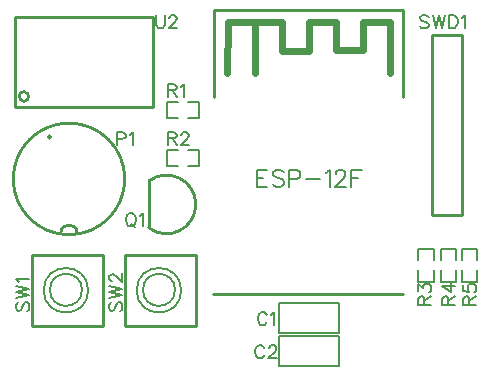
<source format=gto>
G04 Layer: TopSilkscreenLayer*
G04 EasyEDA v6.5.15, 2022-09-09 10:58:47*
G04 19121817273c46a5bb41958087e4de9f,cdadd2d4b4cb47a19753abecc85b3b56,10*
G04 Gerber Generator version 0.2*
G04 Scale: 100 percent, Rotated: No, Reflected: No *
G04 Dimensions in millimeters *
G04 leading zeros omitted , absolute positions ,4 integer and 5 decimal *
%FSLAX45Y45*%
%MOMM*%

%ADD10C,0.1524*%
%ADD11C,0.2000*%
%ADD12C,0.2007*%
%ADD13C,0.2540*%
%ADD14C,0.6096*%
%ADD15C,0.1270*%
%ADD16C,0.0152*%

%LPD*%
D10*
X5650484Y-3759200D02*
G01*
X5759450Y-3759200D01*
X5650484Y-3759200D02*
G01*
X5650484Y-3712463D01*
X5655563Y-3696970D01*
X5660897Y-3691636D01*
X5671311Y-3686555D01*
X5681725Y-3686555D01*
X5692140Y-3691636D01*
X5697220Y-3696970D01*
X5702300Y-3712463D01*
X5702300Y-3759200D01*
X5702300Y-3722878D02*
G01*
X5759450Y-3686555D01*
X5650484Y-3589781D02*
G01*
X5650484Y-3641852D01*
X5697220Y-3646931D01*
X5692140Y-3641852D01*
X5686806Y-3626104D01*
X5686806Y-3610610D01*
X5692140Y-3595115D01*
X5702300Y-3584702D01*
X5718047Y-3579368D01*
X5728461Y-3579368D01*
X5743956Y-3584702D01*
X5754370Y-3595115D01*
X5759450Y-3610610D01*
X5759450Y-3626104D01*
X5754370Y-3641852D01*
X5749290Y-3646931D01*
X5738875Y-3652265D01*
X3988950Y-3847592D02*
G01*
X3983616Y-3837178D01*
X3973202Y-3826763D01*
X3963042Y-3821684D01*
X3942214Y-3821684D01*
X3931800Y-3826763D01*
X3921386Y-3837178D01*
X3916052Y-3847592D01*
X3910972Y-3863339D01*
X3910972Y-3889247D01*
X3916052Y-3904742D01*
X3921386Y-3915155D01*
X3931800Y-3925570D01*
X3942214Y-3930650D01*
X3963042Y-3930650D01*
X3973202Y-3925570D01*
X3983616Y-3915155D01*
X3988950Y-3904742D01*
X4023240Y-3842512D02*
G01*
X4033654Y-3837178D01*
X4049148Y-3821684D01*
X4049148Y-3930650D01*
X3965580Y-4126992D02*
G01*
X3960246Y-4116578D01*
X3949832Y-4106163D01*
X3939672Y-4101084D01*
X3918844Y-4101084D01*
X3908430Y-4106163D01*
X3898016Y-4116578D01*
X3892682Y-4126992D01*
X3887602Y-4142739D01*
X3887602Y-4168647D01*
X3892682Y-4184142D01*
X3898016Y-4194555D01*
X3908430Y-4204970D01*
X3918844Y-4210050D01*
X3939672Y-4210050D01*
X3949832Y-4204970D01*
X3960246Y-4194555D01*
X3965580Y-4184142D01*
X4004950Y-4126992D02*
G01*
X4004950Y-4121912D01*
X4010284Y-4111497D01*
X4015364Y-4106163D01*
X4025778Y-4101084D01*
X4046606Y-4101084D01*
X4057020Y-4106163D01*
X4062100Y-4111497D01*
X4067434Y-4121912D01*
X4067434Y-4132326D01*
X4062100Y-4142739D01*
X4051686Y-4158234D01*
X3999870Y-4210050D01*
X4072514Y-4210050D01*
X2825241Y-2983484D02*
G01*
X2814827Y-2988563D01*
X2804413Y-2998978D01*
X2799079Y-3009392D01*
X2794000Y-3025139D01*
X2794000Y-3051047D01*
X2799079Y-3066542D01*
X2804413Y-3076955D01*
X2814827Y-3087370D01*
X2825241Y-3092450D01*
X2846070Y-3092450D01*
X2856229Y-3087370D01*
X2866643Y-3076955D01*
X2871977Y-3066542D01*
X2877058Y-3051047D01*
X2877058Y-3025139D01*
X2871977Y-3009392D01*
X2866643Y-2998978D01*
X2856229Y-2988563D01*
X2846070Y-2983484D01*
X2825241Y-2983484D01*
X2840736Y-3071876D02*
G01*
X2871977Y-3102863D01*
X2911347Y-3004312D02*
G01*
X2921761Y-2998978D01*
X2937509Y-2983484D01*
X2937509Y-3092450D01*
X1881378Y-3737355D02*
G01*
X1870963Y-3747770D01*
X1865884Y-3763263D01*
X1865884Y-3784092D01*
X1870963Y-3799586D01*
X1881378Y-3810000D01*
X1891792Y-3810000D01*
X1902205Y-3804920D01*
X1907539Y-3799586D01*
X1912620Y-3789171D01*
X1923034Y-3757929D01*
X1928113Y-3747770D01*
X1933447Y-3742436D01*
X1943862Y-3737355D01*
X1959355Y-3737355D01*
X1969770Y-3747770D01*
X1974850Y-3763263D01*
X1974850Y-3784092D01*
X1969770Y-3799586D01*
X1959355Y-3810000D01*
X1865884Y-3703065D02*
G01*
X1974850Y-3676904D01*
X1865884Y-3650995D02*
G01*
X1974850Y-3676904D01*
X1865884Y-3650995D02*
G01*
X1974850Y-3625087D01*
X1865884Y-3599179D02*
G01*
X1974850Y-3625087D01*
X1886712Y-3564889D02*
G01*
X1881378Y-3554476D01*
X1865884Y-3538728D01*
X1974850Y-3538728D01*
X2668777Y-3737355D02*
G01*
X2658363Y-3747770D01*
X2653284Y-3763263D01*
X2653284Y-3784092D01*
X2658363Y-3799586D01*
X2668777Y-3810000D01*
X2679191Y-3810000D01*
X2689606Y-3804920D01*
X2694940Y-3799586D01*
X2700020Y-3789171D01*
X2710434Y-3757929D01*
X2715513Y-3747770D01*
X2720847Y-3742436D01*
X2731261Y-3737355D01*
X2746756Y-3737355D01*
X2757170Y-3747770D01*
X2762250Y-3763263D01*
X2762250Y-3784092D01*
X2757170Y-3799586D01*
X2746756Y-3810000D01*
X2653284Y-3703065D02*
G01*
X2762250Y-3676904D01*
X2653284Y-3650995D02*
G01*
X2762250Y-3676904D01*
X2653284Y-3650995D02*
G01*
X2762250Y-3625087D01*
X2653284Y-3599179D02*
G01*
X2762250Y-3625087D01*
X2679191Y-3559555D02*
G01*
X2674111Y-3559555D01*
X2663697Y-3554476D01*
X2658363Y-3549142D01*
X2653284Y-3538728D01*
X2653284Y-3517900D01*
X2658363Y-3507739D01*
X2663697Y-3502405D01*
X2674111Y-3497326D01*
X2684525Y-3497326D01*
X2694940Y-3502405D01*
X2710434Y-3512820D01*
X2762250Y-3564889D01*
X2762250Y-3491992D01*
X2717800Y-2297684D02*
G01*
X2717800Y-2406650D01*
X2717800Y-2297684D02*
G01*
X2764536Y-2297684D01*
X2780029Y-2302763D01*
X2785363Y-2308097D01*
X2790443Y-2318512D01*
X2790443Y-2334005D01*
X2785363Y-2344420D01*
X2780029Y-2349500D01*
X2764536Y-2354834D01*
X2717800Y-2354834D01*
X2824734Y-2318512D02*
G01*
X2835147Y-2313178D01*
X2850895Y-2297684D01*
X2850895Y-2406650D01*
D11*
X3901389Y-2614396D02*
G01*
X3901389Y-2757652D01*
X3901389Y-2614396D02*
G01*
X3990035Y-2614396D01*
X3901389Y-2682468D02*
G01*
X3955999Y-2682468D01*
X3901389Y-2757652D02*
G01*
X3990035Y-2757652D01*
X4130497Y-2634716D02*
G01*
X4116781Y-2621254D01*
X4096461Y-2614396D01*
X4069029Y-2614396D01*
X4048709Y-2621254D01*
X4034993Y-2634716D01*
X4034993Y-2648432D01*
X4041851Y-2662148D01*
X4048709Y-2669006D01*
X4062171Y-2675610D01*
X4103319Y-2689326D01*
X4116781Y-2696184D01*
X4123639Y-2703042D01*
X4130497Y-2716758D01*
X4130497Y-2737078D01*
X4116781Y-2750794D01*
X4096461Y-2757652D01*
X4069029Y-2757652D01*
X4048709Y-2750794D01*
X4034993Y-2737078D01*
X4175455Y-2614396D02*
G01*
X4175455Y-2757652D01*
X4175455Y-2614396D02*
G01*
X4236923Y-2614396D01*
X4257243Y-2621254D01*
X4264101Y-2628112D01*
X4270959Y-2641574D01*
X4270959Y-2662148D01*
X4264101Y-2675610D01*
X4257243Y-2682468D01*
X4236923Y-2689326D01*
X4175455Y-2689326D01*
X4315917Y-2696184D02*
G01*
X4438599Y-2696184D01*
X4483557Y-2641574D02*
G01*
X4497273Y-2634716D01*
X4517847Y-2614396D01*
X4517847Y-2757652D01*
X4569663Y-2648432D02*
G01*
X4569663Y-2641574D01*
X4576267Y-2628112D01*
X4583125Y-2621254D01*
X4596841Y-2614396D01*
X4624019Y-2614396D01*
X4637735Y-2621254D01*
X4644593Y-2628112D01*
X4651451Y-2641574D01*
X4651451Y-2655290D01*
X4644593Y-2669006D01*
X4630877Y-2689326D01*
X4562805Y-2757652D01*
X4658309Y-2757652D01*
X4703267Y-2614396D02*
G01*
X4703267Y-2757652D01*
X4703267Y-2614396D02*
G01*
X4791913Y-2614396D01*
X4703267Y-2682468D02*
G01*
X4757877Y-2682468D01*
D10*
X3048000Y-1307084D02*
G01*
X3048000Y-1385062D01*
X3053079Y-1400555D01*
X3063493Y-1410970D01*
X3079241Y-1416050D01*
X3089656Y-1416050D01*
X3105150Y-1410970D01*
X3115563Y-1400555D01*
X3120643Y-1385062D01*
X3120643Y-1307084D01*
X3160268Y-1332992D02*
G01*
X3160268Y-1327912D01*
X3165347Y-1317497D01*
X3170681Y-1312163D01*
X3181095Y-1307084D01*
X3201670Y-1307084D01*
X3212084Y-1312163D01*
X3217418Y-1317497D01*
X3222497Y-1327912D01*
X3222497Y-1338326D01*
X3217418Y-1348739D01*
X3207004Y-1364234D01*
X3154934Y-1416050D01*
X3227831Y-1416050D01*
X3149600Y-1891284D02*
G01*
X3149600Y-2000250D01*
X3149600Y-1891284D02*
G01*
X3196336Y-1891284D01*
X3211829Y-1896363D01*
X3217163Y-1901697D01*
X3222243Y-1912112D01*
X3222243Y-1922526D01*
X3217163Y-1932939D01*
X3211829Y-1938020D01*
X3196336Y-1943100D01*
X3149600Y-1943100D01*
X3185922Y-1943100D02*
G01*
X3222243Y-2000250D01*
X3256534Y-1912112D02*
G01*
X3266947Y-1906778D01*
X3282695Y-1891284D01*
X3282695Y-2000250D01*
X5269484Y-3759200D02*
G01*
X5378450Y-3759200D01*
X5269484Y-3759200D02*
G01*
X5269484Y-3712463D01*
X5274563Y-3696970D01*
X5279897Y-3691636D01*
X5290311Y-3686555D01*
X5300725Y-3686555D01*
X5311140Y-3691636D01*
X5316220Y-3696970D01*
X5321300Y-3712463D01*
X5321300Y-3759200D01*
X5321300Y-3722878D02*
G01*
X5378450Y-3686555D01*
X5269484Y-3641852D02*
G01*
X5269484Y-3584702D01*
X5311140Y-3615689D01*
X5311140Y-3600195D01*
X5316220Y-3589781D01*
X5321300Y-3584702D01*
X5337047Y-3579368D01*
X5347461Y-3579368D01*
X5362956Y-3584702D01*
X5373370Y-3595115D01*
X5378450Y-3610610D01*
X5378450Y-3626104D01*
X5373370Y-3641852D01*
X5368290Y-3646931D01*
X5357875Y-3652265D01*
X5472684Y-3759200D02*
G01*
X5581650Y-3759200D01*
X5472684Y-3759200D02*
G01*
X5472684Y-3712463D01*
X5477763Y-3696970D01*
X5483097Y-3691636D01*
X5493511Y-3686555D01*
X5503925Y-3686555D01*
X5514340Y-3691636D01*
X5519420Y-3696970D01*
X5524500Y-3712463D01*
X5524500Y-3759200D01*
X5524500Y-3722878D02*
G01*
X5581650Y-3686555D01*
X5472684Y-3600195D02*
G01*
X5545327Y-3652265D01*
X5545327Y-3574287D01*
X5472684Y-3600195D02*
G01*
X5581650Y-3600195D01*
X5355843Y-1322578D02*
G01*
X5345429Y-1312163D01*
X5329936Y-1307084D01*
X5309108Y-1307084D01*
X5293613Y-1312163D01*
X5283200Y-1322578D01*
X5283200Y-1332992D01*
X5288279Y-1343405D01*
X5293613Y-1348739D01*
X5304027Y-1353820D01*
X5335270Y-1364234D01*
X5345429Y-1369313D01*
X5350763Y-1374647D01*
X5355843Y-1385062D01*
X5355843Y-1400555D01*
X5345429Y-1410970D01*
X5329936Y-1416050D01*
X5309108Y-1416050D01*
X5293613Y-1410970D01*
X5283200Y-1400555D01*
X5390134Y-1307084D02*
G01*
X5416295Y-1416050D01*
X5442204Y-1307084D02*
G01*
X5416295Y-1416050D01*
X5442204Y-1307084D02*
G01*
X5468111Y-1416050D01*
X5494020Y-1307084D02*
G01*
X5468111Y-1416050D01*
X5528309Y-1307084D02*
G01*
X5528309Y-1416050D01*
X5528309Y-1307084D02*
G01*
X5564886Y-1307084D01*
X5580379Y-1312163D01*
X5590793Y-1322578D01*
X5595874Y-1332992D01*
X5601208Y-1348739D01*
X5601208Y-1374647D01*
X5595874Y-1390142D01*
X5590793Y-1400555D01*
X5580379Y-1410970D01*
X5564886Y-1416050D01*
X5528309Y-1416050D01*
X5635497Y-1327912D02*
G01*
X5645911Y-1322578D01*
X5661406Y-1307084D01*
X5661406Y-1416050D01*
X3149600Y-2297684D02*
G01*
X3149600Y-2406650D01*
X3149600Y-2297684D02*
G01*
X3196336Y-2297684D01*
X3211829Y-2302763D01*
X3217163Y-2308097D01*
X3222243Y-2318512D01*
X3222243Y-2328926D01*
X3217163Y-2339339D01*
X3211829Y-2344420D01*
X3196336Y-2349500D01*
X3149600Y-2349500D01*
X3185922Y-2349500D02*
G01*
X3222243Y-2406650D01*
X3261868Y-2323592D02*
G01*
X3261868Y-2318512D01*
X3266947Y-2308097D01*
X3272281Y-2302763D01*
X3282695Y-2297684D01*
X3303270Y-2297684D01*
X3313684Y-2302763D01*
X3319018Y-2308097D01*
X3324097Y-2318512D01*
X3324097Y-2328926D01*
X3319018Y-2339339D01*
X3308604Y-2354834D01*
X3256534Y-2406650D01*
X3329431Y-2406650D01*
X5636254Y-3380038D02*
G01*
X5636254Y-3284151D01*
X5768375Y-3284151D01*
X5768375Y-3380038D01*
X5636254Y-3465281D02*
G01*
X5636254Y-3561168D01*
X5768375Y-3561168D01*
X5768375Y-3465281D01*
D12*
X4597410Y-3741673D02*
G01*
X4089410Y-3741673D01*
X4089410Y-3995673D01*
X4597410Y-3995673D01*
X4597410Y-3741673D01*
X4597410Y-4021073D02*
G01*
X4089410Y-4021073D01*
X4089410Y-4275073D01*
X4597410Y-4275073D01*
X4597410Y-4021073D01*
D13*
X2986913Y-3106293D02*
G01*
X2986913Y-2710306D01*
X2595499Y-3937000D02*
G01*
X1995500Y-3937000D01*
X1995500Y-3337001D01*
X2595499Y-3337001D01*
X2595499Y-3937000D01*
X3382899Y-3937000D02*
G01*
X2782900Y-3937000D01*
X2782900Y-3337001D01*
X3382899Y-3337001D01*
X3382899Y-3937000D01*
X5143398Y-1262405D02*
G01*
X5143398Y-2001520D01*
X3543401Y-2001520D02*
G01*
X3543401Y-1262405D01*
X3543401Y-1262405D02*
G01*
X5143398Y-1262405D01*
D14*
X3653409Y-1795398D02*
G01*
X3654399Y-1366393D01*
X3654399Y-1366393D02*
G01*
X4109389Y-1366393D01*
X3883406Y-1366393D02*
G01*
X3883406Y-1795398D01*
X4113402Y-1600403D02*
G01*
X4113402Y-1366393D01*
X4803393Y-1366393D02*
G01*
X4803393Y-1600403D01*
X4573397Y-1366393D02*
G01*
X4573397Y-1600403D01*
X4343400Y-1600403D02*
G01*
X4343400Y-1366393D01*
X5032400Y-1366393D02*
G01*
X5033390Y-1795398D01*
D13*
X5143398Y-3665220D02*
G01*
X3533140Y-3665220D01*
D14*
X4113326Y-1607464D02*
G01*
X4343400Y-1607413D01*
X4343400Y-1366393D02*
G01*
X4564405Y-1366393D01*
X4577410Y-1600403D02*
G01*
X4798390Y-1600403D01*
X4811395Y-1366393D02*
G01*
X5032400Y-1366393D01*
D13*
X1854200Y-2080260D02*
G01*
X1854200Y-1320800D01*
X1854200Y-1320800D02*
G01*
X3022600Y-1320800D01*
X3022600Y-1320800D02*
G01*
X3022600Y-2080260D01*
X3022600Y-2080260D02*
G01*
X1854200Y-2080260D01*
D10*
X3233978Y-2042139D02*
G01*
X3138091Y-2042139D01*
X3138091Y-2174260D01*
X3233978Y-2174260D01*
X3319221Y-2042139D02*
G01*
X3415108Y-2042139D01*
X3415108Y-2174260D01*
X3319221Y-2174260D01*
X5267939Y-3465281D02*
G01*
X5267939Y-3561168D01*
X5400060Y-3561168D01*
X5400060Y-3465281D01*
X5267939Y-3380038D02*
G01*
X5267939Y-3284151D01*
X5400060Y-3284151D01*
X5400060Y-3380038D01*
X5458454Y-3465281D02*
G01*
X5458454Y-3561168D01*
X5590575Y-3561168D01*
X5590575Y-3465281D01*
X5458454Y-3380038D02*
G01*
X5458454Y-3284151D01*
X5590575Y-3284151D01*
X5590575Y-3380038D01*
D13*
X5384800Y-2997200D02*
G01*
X5638800Y-2997200D01*
X5384800Y-1473200D02*
G01*
X5638800Y-1473200D01*
X5638800Y-2997200D02*
G01*
X5638800Y-1473200D01*
X5384800Y-2997200D02*
G01*
X5384800Y-1473200D01*
D10*
X3319221Y-2580660D02*
G01*
X3415108Y-2580660D01*
X3415108Y-2448539D01*
X3319221Y-2448539D01*
X3233978Y-2580660D02*
G01*
X3138091Y-2580660D01*
X3138091Y-2448539D01*
X3233978Y-2448539D01*
D13*
G75*
G01*
X2986786Y-3106420D02*
G03*
X2986786Y-2710180I149840J198120D01*
D15*
G75*
G01*
X2149602Y-3632962D02*
G03*
X2149602Y-3630676I136010J1143D01*
G75*
G01*
X2096770Y-3637026D02*
G03*
X2096770Y-3633724I188672J1651D01*
G75*
G01*
X2937002Y-3632962D02*
G03*
X2937002Y-3630676I136010J1143D01*
G75*
G01*
X2884170Y-3637026D02*
G03*
X2884170Y-3633724I188672J1651D01*
D13*
G75*
G01*
X2379792Y-3149600D02*
G03*
X2243008Y-3149600I-68392J0D01*
G75*
G01
X2783891Y-2692400D02*
G03X2783891Y-2692400I-472491J0D01*
G75*
G01
X2159000Y-2336800D02*
G03X2159000Y-2336800I-12700J0D01*
G75*
G01
X1971040Y-1993900D02*
G03X1971040Y-1993900I-40640J0D01*
M02*

</source>
